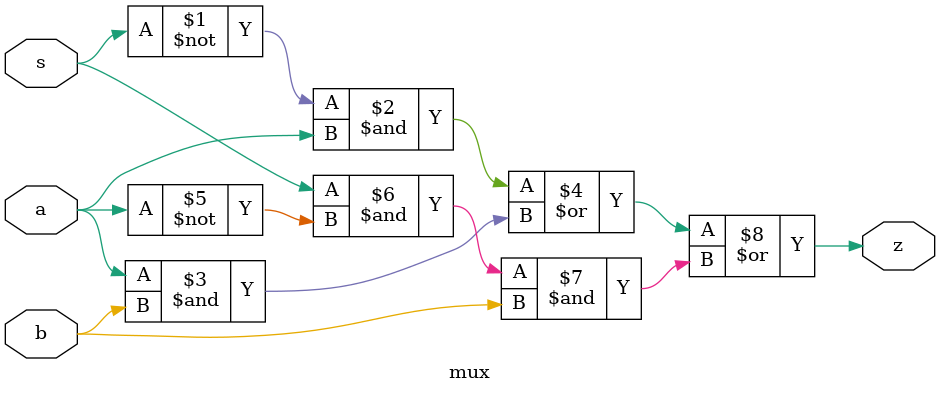
<source format=v>
`timescale 1ns / 1ps


module mux(
    input a,
    input b,
    input s,
    output z
    );
    
    assign z = ((~s) & a) | (a & b) | (s & (~a) & b);
endmodule

</source>
